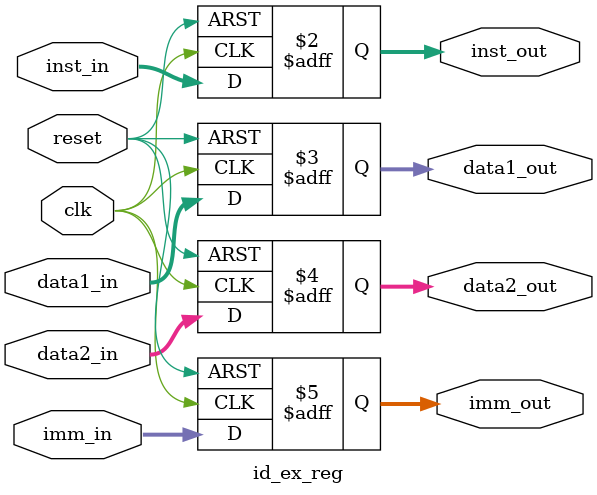
<source format=v>
`timescale 1ns / 1ps


module id_ex_reg(
    input wire clk,
    input wire reset,
    input wire [15:0] inst_in,
    input wire [15:0] data1_in,
    input wire [15:0] data2_in,
    input wire [15:0] imm_in,
    output reg [15:0] inst_out,
    output reg [15:0] data1_out,
    output reg [15:0] data2_out,
    output reg [15:0] imm_out
);
    always @(posedge clk or posedge reset) begin
        if (reset) begin
            inst_out <= 16'h0000;
            data1_out <= 16'h0000;
            data2_out <= 16'h0000;
            imm_out <= 16'h0000;
        end else begin
            inst_out <= inst_in;
            data1_out <= data1_in;
            data2_out <= data2_in;
            imm_out <= imm_in;
        end
    end
endmodule
</source>
